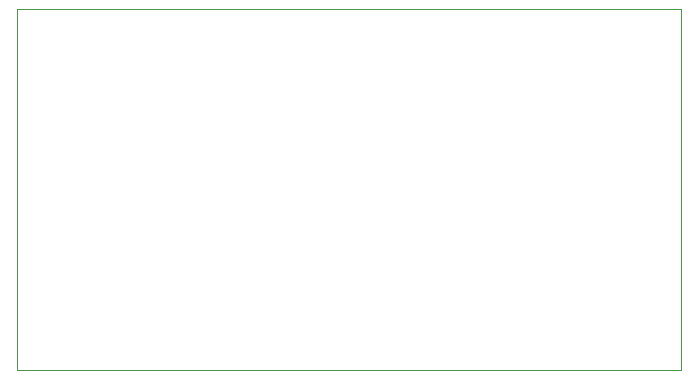
<source format=gbr>
%TF.GenerationSoftware,KiCad,Pcbnew,8.0.7*%
%TF.CreationDate,2025-01-06T14:24:51-08:00*%
%TF.ProjectId,motion-play-power,6d6f7469-6f6e-42d7-906c-61792d706f77,rev?*%
%TF.SameCoordinates,Original*%
%TF.FileFunction,Profile,NP*%
%FSLAX46Y46*%
G04 Gerber Fmt 4.6, Leading zero omitted, Abs format (unit mm)*
G04 Created by KiCad (PCBNEW 8.0.7) date 2025-01-06 14:24:51*
%MOMM*%
%LPD*%
G01*
G04 APERTURE LIST*
%TA.AperFunction,Profile*%
%ADD10C,0.050000*%
%TD*%
G04 APERTURE END LIST*
D10*
X126435000Y-78750000D02*
X182685000Y-78750000D01*
X182685000Y-109250000D01*
X126435000Y-109250000D01*
X126435000Y-78750000D01*
M02*

</source>
